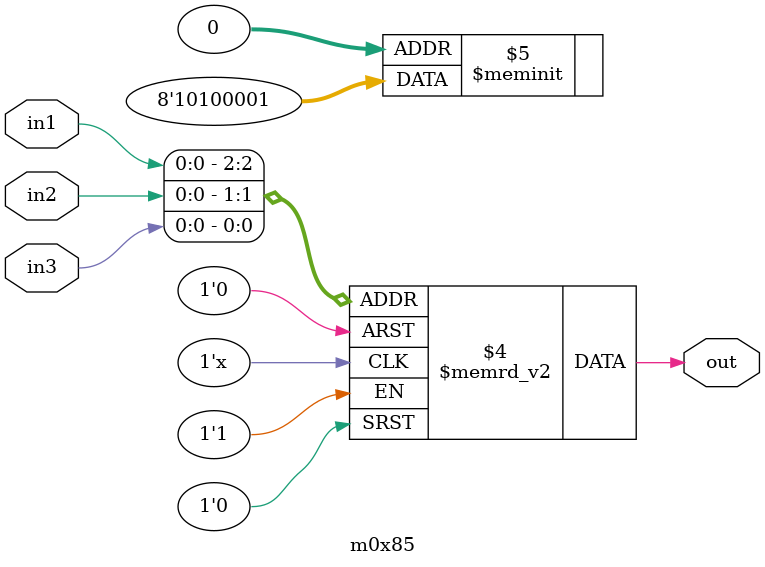
<source format=v>
module m0x85(output out, input in1, in2, in3);

   always @(in1, in2, in3)
     begin
        case({in1, in2, in3})
          3'b000: {out} = 1'b1;
          3'b001: {out} = 1'b0;
          3'b010: {out} = 1'b0;
          3'b011: {out} = 1'b0;
          3'b100: {out} = 1'b0;
          3'b101: {out} = 1'b1;
          3'b110: {out} = 1'b0;
          3'b111: {out} = 1'b1;
        endcase // case ({in1, in2, in3})
     end // always @ (in1, in2, in3)

endmodule // m0x85
</source>
